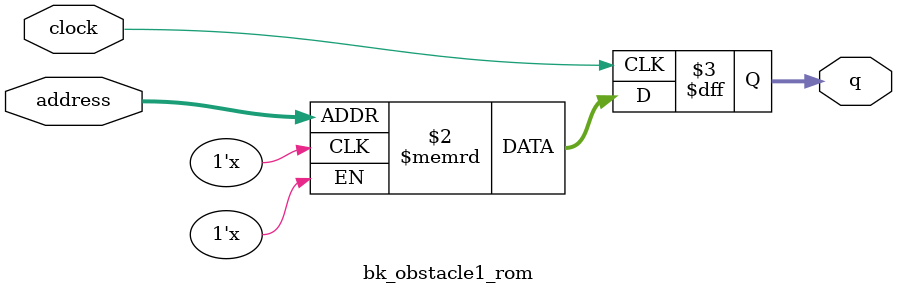
<source format=sv>
module bk_obstacle1_rom (
	input logic clock,
	input logic [16:0] address,
	output logic [1:0] q
);

logic [1:0] memory [0:81599] /* synthesis ram_init_file = "./bk_obstacle1/bk_obstacle1.mif" */;

always_ff @ (posedge clock) begin
	q <= memory[address];
end

endmodule

</source>
